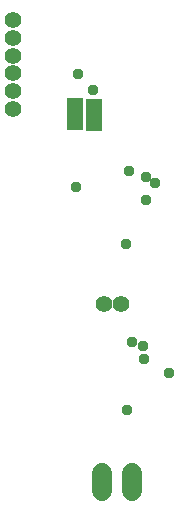
<source format=gbr>
G04 EAGLE Gerber RS-274X export*
G75*
%MOMM*%
%FSLAX34Y34*%
%LPD*%
%INSoldermask Bottom*%
%IPPOS*%
%AMOC8*
5,1,8,0,0,1.08239X$1,22.5*%
G01*
%ADD10C,1.411200*%
%ADD11C,1.727200*%
%ADD12R,1.473200X2.743200*%
%ADD13C,0.959600*%


D10*
X23114Y426120D03*
X23114Y351120D03*
X23114Y411120D03*
X23114Y366120D03*
X23114Y381120D03*
X23114Y396120D03*
D11*
X98552Y43178D02*
X98552Y27938D01*
X123952Y27938D02*
X123952Y43178D01*
D10*
X100196Y185928D03*
X115196Y185928D03*
D12*
X75692Y346456D03*
X91948Y345948D03*
D13*
X133858Y150058D03*
X124574Y154064D03*
X121941Y298471D03*
X135890Y293822D03*
X120239Y96266D03*
X134474Y139700D03*
X119380Y236474D03*
X143256Y288036D03*
X91440Y366776D03*
X136398Y273812D03*
X76962Y284734D03*
X155702Y127254D03*
X78740Y380746D03*
M02*

</source>
